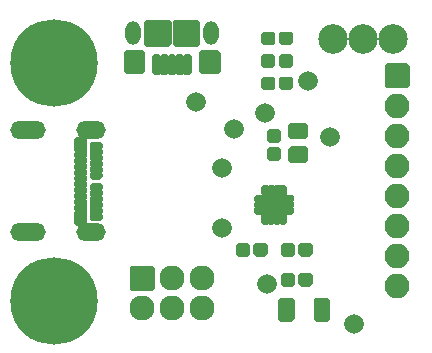
<source format=gts>
G04 #@! TF.GenerationSoftware,KiCad,Pcbnew,5.1.10*
G04 #@! TF.CreationDate,2021-05-27T14:54:43+02:00*
G04 #@! TF.ProjectId,USB-PD-Breakout,5553422d-5044-42d4-9272-65616b6f7574,rev?*
G04 #@! TF.SameCoordinates,Original*
G04 #@! TF.FileFunction,Soldermask,Top*
G04 #@! TF.FilePolarity,Negative*
%FSLAX46Y46*%
G04 Gerber Fmt 4.6, Leading zero omitted, Abs format (unit mm)*
G04 Created by KiCad (PCBNEW 5.1.10) date 2021-05-27 14:54:43*
%MOMM*%
%LPD*%
G01*
G04 APERTURE LIST*
%ADD10O,3.000000X1.500000*%
%ADD11O,2.500000X1.500000*%
%ADD12O,1.300000X2.000000*%
%ADD13O,2.127200X2.127200*%
%ADD14C,7.400000*%
%ADD15C,1.000000*%
%ADD16O,2.100000X2.100000*%
%ADD17C,1.670000*%
%ADD18C,2.500000*%
G04 APERTURE END LIST*
D10*
X103370000Y-91920000D03*
X103370000Y-83280000D03*
D11*
X108730000Y-91920000D03*
X108730000Y-83280000D03*
G36*
G01*
X107490000Y-83800000D02*
X108190000Y-83800000D01*
G75*
G02*
X108390000Y-84000000I0J-200000D01*
G01*
X108390000Y-85000000D01*
G75*
G02*
X108190000Y-85200000I-200000J0D01*
G01*
X107490000Y-85200000D01*
G75*
G02*
X107290000Y-85000000I0J200000D01*
G01*
X107290000Y-84000000D01*
G75*
G02*
X107490000Y-83800000I200000J0D01*
G01*
G37*
G36*
G01*
X107490000Y-85000000D02*
X108190000Y-85000000D01*
G75*
G02*
X108390000Y-85200000I0J-200000D01*
G01*
X108390000Y-85500000D01*
G75*
G02*
X108190000Y-85700000I-200000J0D01*
G01*
X107490000Y-85700000D01*
G75*
G02*
X107290000Y-85500000I0J200000D01*
G01*
X107290000Y-85200000D01*
G75*
G02*
X107490000Y-85000000I200000J0D01*
G01*
G37*
G36*
G01*
X107490000Y-85500000D02*
X108190000Y-85500000D01*
G75*
G02*
X108390000Y-85700000I0J-200000D01*
G01*
X108390000Y-86000000D01*
G75*
G02*
X108190000Y-86200000I-200000J0D01*
G01*
X107490000Y-86200000D01*
G75*
G02*
X107290000Y-86000000I0J200000D01*
G01*
X107290000Y-85700000D01*
G75*
G02*
X107490000Y-85500000I200000J0D01*
G01*
G37*
G36*
G01*
X107490000Y-86000000D02*
X108190000Y-86000000D01*
G75*
G02*
X108390000Y-86200000I0J-200000D01*
G01*
X108390000Y-86500000D01*
G75*
G02*
X108190000Y-86700000I-200000J0D01*
G01*
X107490000Y-86700000D01*
G75*
G02*
X107290000Y-86500000I0J200000D01*
G01*
X107290000Y-86200000D01*
G75*
G02*
X107490000Y-86000000I200000J0D01*
G01*
G37*
G36*
G01*
X107490000Y-86500000D02*
X108190000Y-86500000D01*
G75*
G02*
X108390000Y-86700000I0J-200000D01*
G01*
X108390000Y-87000000D01*
G75*
G02*
X108190000Y-87200000I-200000J0D01*
G01*
X107490000Y-87200000D01*
G75*
G02*
X107290000Y-87000000I0J200000D01*
G01*
X107290000Y-86700000D01*
G75*
G02*
X107490000Y-86500000I200000J0D01*
G01*
G37*
G36*
G01*
X107490000Y-87000000D02*
X108190000Y-87000000D01*
G75*
G02*
X108390000Y-87200000I0J-200000D01*
G01*
X108390000Y-87500000D01*
G75*
G02*
X108190000Y-87700000I-200000J0D01*
G01*
X107490000Y-87700000D01*
G75*
G02*
X107290000Y-87500000I0J200000D01*
G01*
X107290000Y-87200000D01*
G75*
G02*
X107490000Y-87000000I200000J0D01*
G01*
G37*
G36*
G01*
X107490000Y-87500000D02*
X108190000Y-87500000D01*
G75*
G02*
X108390000Y-87700000I0J-200000D01*
G01*
X108390000Y-88000000D01*
G75*
G02*
X108190000Y-88200000I-200000J0D01*
G01*
X107490000Y-88200000D01*
G75*
G02*
X107290000Y-88000000I0J200000D01*
G01*
X107290000Y-87700000D01*
G75*
G02*
X107490000Y-87500000I200000J0D01*
G01*
G37*
G36*
G01*
X107490000Y-88000000D02*
X108190000Y-88000000D01*
G75*
G02*
X108390000Y-88200000I0J-200000D01*
G01*
X108390000Y-88500000D01*
G75*
G02*
X108190000Y-88700000I-200000J0D01*
G01*
X107490000Y-88700000D01*
G75*
G02*
X107290000Y-88500000I0J200000D01*
G01*
X107290000Y-88200000D01*
G75*
G02*
X107490000Y-88000000I200000J0D01*
G01*
G37*
G36*
G01*
X107490000Y-88500000D02*
X108190000Y-88500000D01*
G75*
G02*
X108390000Y-88700000I0J-200000D01*
G01*
X108390000Y-89000000D01*
G75*
G02*
X108190000Y-89200000I-200000J0D01*
G01*
X107490000Y-89200000D01*
G75*
G02*
X107290000Y-89000000I0J200000D01*
G01*
X107290000Y-88700000D01*
G75*
G02*
X107490000Y-88500000I200000J0D01*
G01*
G37*
G36*
G01*
X107490000Y-89000000D02*
X108190000Y-89000000D01*
G75*
G02*
X108390000Y-89200000I0J-200000D01*
G01*
X108390000Y-89500000D01*
G75*
G02*
X108190000Y-89700000I-200000J0D01*
G01*
X107490000Y-89700000D01*
G75*
G02*
X107290000Y-89500000I0J200000D01*
G01*
X107290000Y-89200000D01*
G75*
G02*
X107490000Y-89000000I200000J0D01*
G01*
G37*
G36*
G01*
X107490000Y-89500000D02*
X108190000Y-89500000D01*
G75*
G02*
X108390000Y-89700000I0J-200000D01*
G01*
X108390000Y-90000000D01*
G75*
G02*
X108190000Y-90200000I-200000J0D01*
G01*
X107490000Y-90200000D01*
G75*
G02*
X107290000Y-90000000I0J200000D01*
G01*
X107290000Y-89700000D01*
G75*
G02*
X107490000Y-89500000I200000J0D01*
G01*
G37*
G36*
G01*
X107490000Y-90000000D02*
X108190000Y-90000000D01*
G75*
G02*
X108390000Y-90200000I0J-200000D01*
G01*
X108390000Y-91200000D01*
G75*
G02*
X108190000Y-91400000I-200000J0D01*
G01*
X107490000Y-91400000D01*
G75*
G02*
X107290000Y-91200000I0J200000D01*
G01*
X107290000Y-90200000D01*
G75*
G02*
X107490000Y-90000000I200000J0D01*
G01*
G37*
G36*
G01*
X108790000Y-90250000D02*
X109490000Y-90250000D01*
G75*
G02*
X109690000Y-90450000I0J-200000D01*
G01*
X109690000Y-90750000D01*
G75*
G02*
X109490000Y-90950000I-200000J0D01*
G01*
X108790000Y-90950000D01*
G75*
G02*
X108590000Y-90750000I0J200000D01*
G01*
X108590000Y-90450000D01*
G75*
G02*
X108790000Y-90250000I200000J0D01*
G01*
G37*
G36*
G01*
X108790000Y-89750000D02*
X109490000Y-89750000D01*
G75*
G02*
X109690000Y-89950000I0J-200000D01*
G01*
X109690000Y-90250000D01*
G75*
G02*
X109490000Y-90450000I-200000J0D01*
G01*
X108790000Y-90450000D01*
G75*
G02*
X108590000Y-90250000I0J200000D01*
G01*
X108590000Y-89950000D01*
G75*
G02*
X108790000Y-89750000I200000J0D01*
G01*
G37*
G36*
G01*
X108790000Y-89250000D02*
X109490000Y-89250000D01*
G75*
G02*
X109690000Y-89450000I0J-200000D01*
G01*
X109690000Y-89750000D01*
G75*
G02*
X109490000Y-89950000I-200000J0D01*
G01*
X108790000Y-89950000D01*
G75*
G02*
X108590000Y-89750000I0J200000D01*
G01*
X108590000Y-89450000D01*
G75*
G02*
X108790000Y-89250000I200000J0D01*
G01*
G37*
G36*
G01*
X108790000Y-88750000D02*
X109490000Y-88750000D01*
G75*
G02*
X109690000Y-88950000I0J-200000D01*
G01*
X109690000Y-89250000D01*
G75*
G02*
X109490000Y-89450000I-200000J0D01*
G01*
X108790000Y-89450000D01*
G75*
G02*
X108590000Y-89250000I0J200000D01*
G01*
X108590000Y-88950000D01*
G75*
G02*
X108790000Y-88750000I200000J0D01*
G01*
G37*
G36*
G01*
X108790000Y-88250000D02*
X109490000Y-88250000D01*
G75*
G02*
X109690000Y-88450000I0J-200000D01*
G01*
X109690000Y-88750000D01*
G75*
G02*
X109490000Y-88950000I-200000J0D01*
G01*
X108790000Y-88950000D01*
G75*
G02*
X108590000Y-88750000I0J200000D01*
G01*
X108590000Y-88450000D01*
G75*
G02*
X108790000Y-88250000I200000J0D01*
G01*
G37*
G36*
G01*
X108790000Y-87750000D02*
X109490000Y-87750000D01*
G75*
G02*
X109690000Y-87950000I0J-200000D01*
G01*
X109690000Y-88250000D01*
G75*
G02*
X109490000Y-88450000I-200000J0D01*
G01*
X108790000Y-88450000D01*
G75*
G02*
X108590000Y-88250000I0J200000D01*
G01*
X108590000Y-87950000D01*
G75*
G02*
X108790000Y-87750000I200000J0D01*
G01*
G37*
G36*
G01*
X108790000Y-86750000D02*
X109490000Y-86750000D01*
G75*
G02*
X109690000Y-86950000I0J-200000D01*
G01*
X109690000Y-87250000D01*
G75*
G02*
X109490000Y-87450000I-200000J0D01*
G01*
X108790000Y-87450000D01*
G75*
G02*
X108590000Y-87250000I0J200000D01*
G01*
X108590000Y-86950000D01*
G75*
G02*
X108790000Y-86750000I200000J0D01*
G01*
G37*
G36*
G01*
X108790000Y-86250000D02*
X109490000Y-86250000D01*
G75*
G02*
X109690000Y-86450000I0J-200000D01*
G01*
X109690000Y-86750000D01*
G75*
G02*
X109490000Y-86950000I-200000J0D01*
G01*
X108790000Y-86950000D01*
G75*
G02*
X108590000Y-86750000I0J200000D01*
G01*
X108590000Y-86450000D01*
G75*
G02*
X108790000Y-86250000I200000J0D01*
G01*
G37*
G36*
G01*
X108790000Y-85750000D02*
X109490000Y-85750000D01*
G75*
G02*
X109690000Y-85950000I0J-200000D01*
G01*
X109690000Y-86250000D01*
G75*
G02*
X109490000Y-86450000I-200000J0D01*
G01*
X108790000Y-86450000D01*
G75*
G02*
X108590000Y-86250000I0J200000D01*
G01*
X108590000Y-85950000D01*
G75*
G02*
X108790000Y-85750000I200000J0D01*
G01*
G37*
G36*
G01*
X108790000Y-85250000D02*
X109490000Y-85250000D01*
G75*
G02*
X109690000Y-85450000I0J-200000D01*
G01*
X109690000Y-85750000D01*
G75*
G02*
X109490000Y-85950000I-200000J0D01*
G01*
X108790000Y-85950000D01*
G75*
G02*
X108590000Y-85750000I0J200000D01*
G01*
X108590000Y-85450000D01*
G75*
G02*
X108790000Y-85250000I200000J0D01*
G01*
G37*
G36*
G01*
X108790000Y-84750000D02*
X109490000Y-84750000D01*
G75*
G02*
X109690000Y-84950000I0J-200000D01*
G01*
X109690000Y-85250000D01*
G75*
G02*
X109490000Y-85450000I-200000J0D01*
G01*
X108790000Y-85450000D01*
G75*
G02*
X108590000Y-85250000I0J200000D01*
G01*
X108590000Y-84950000D01*
G75*
G02*
X108790000Y-84750000I200000J0D01*
G01*
G37*
G36*
G01*
X108790000Y-84250000D02*
X109490000Y-84250000D01*
G75*
G02*
X109690000Y-84450000I0J-200000D01*
G01*
X109690000Y-84750000D01*
G75*
G02*
X109490000Y-84950000I-200000J0D01*
G01*
X108790000Y-84950000D01*
G75*
G02*
X108590000Y-84750000I0J200000D01*
G01*
X108590000Y-84450000D01*
G75*
G02*
X108790000Y-84250000I200000J0D01*
G01*
G37*
D12*
X112270000Y-75050000D03*
X118870000Y-75050000D03*
G36*
G01*
X111670000Y-76500000D02*
X113070000Y-76500000D01*
G75*
G02*
X113270000Y-76700000I0J-200000D01*
G01*
X113270000Y-78300000D01*
G75*
G02*
X113070000Y-78500000I-200000J0D01*
G01*
X111670000Y-78500000D01*
G75*
G02*
X111470000Y-78300000I0J200000D01*
G01*
X111470000Y-76700000D01*
G75*
G02*
X111670000Y-76500000I200000J0D01*
G01*
G37*
G36*
G01*
X118070000Y-76500000D02*
X119470000Y-76500000D01*
G75*
G02*
X119670000Y-76700000I0J-200000D01*
G01*
X119670000Y-78300000D01*
G75*
G02*
X119470000Y-78500000I-200000J0D01*
G01*
X118070000Y-78500000D01*
G75*
G02*
X117870000Y-78300000I0J200000D01*
G01*
X117870000Y-76700000D01*
G75*
G02*
X118070000Y-76500000I200000J0D01*
G01*
G37*
G36*
G01*
X113420000Y-73900000D02*
X115320000Y-73900000D01*
G75*
G02*
X115520000Y-74100000I0J-200000D01*
G01*
X115520000Y-76000000D01*
G75*
G02*
X115320000Y-76200000I-200000J0D01*
G01*
X113420000Y-76200000D01*
G75*
G02*
X113220000Y-76000000I0J200000D01*
G01*
X113220000Y-74100000D01*
G75*
G02*
X113420000Y-73900000I200000J0D01*
G01*
G37*
G36*
G01*
X115820000Y-73900000D02*
X117720000Y-73900000D01*
G75*
G02*
X117920000Y-74100000I0J-200000D01*
G01*
X117920000Y-76000000D01*
G75*
G02*
X117720000Y-76200000I-200000J0D01*
G01*
X115820000Y-76200000D01*
G75*
G02*
X115620000Y-76000000I0J200000D01*
G01*
X115620000Y-74100000D01*
G75*
G02*
X115820000Y-73900000I200000J0D01*
G01*
G37*
G36*
G01*
X114070000Y-76850000D02*
X114470000Y-76850000D01*
G75*
G02*
X114670000Y-77050000I0J-200000D01*
G01*
X114670000Y-78400000D01*
G75*
G02*
X114470000Y-78600000I-200000J0D01*
G01*
X114070000Y-78600000D01*
G75*
G02*
X113870000Y-78400000I0J200000D01*
G01*
X113870000Y-77050000D01*
G75*
G02*
X114070000Y-76850000I200000J0D01*
G01*
G37*
G36*
G01*
X114720000Y-76850000D02*
X115120000Y-76850000D01*
G75*
G02*
X115320000Y-77050000I0J-200000D01*
G01*
X115320000Y-78400000D01*
G75*
G02*
X115120000Y-78600000I-200000J0D01*
G01*
X114720000Y-78600000D01*
G75*
G02*
X114520000Y-78400000I0J200000D01*
G01*
X114520000Y-77050000D01*
G75*
G02*
X114720000Y-76850000I200000J0D01*
G01*
G37*
G36*
G01*
X115370000Y-76850000D02*
X115770000Y-76850000D01*
G75*
G02*
X115970000Y-77050000I0J-200000D01*
G01*
X115970000Y-78400000D01*
G75*
G02*
X115770000Y-78600000I-200000J0D01*
G01*
X115370000Y-78600000D01*
G75*
G02*
X115170000Y-78400000I0J200000D01*
G01*
X115170000Y-77050000D01*
G75*
G02*
X115370000Y-76850000I200000J0D01*
G01*
G37*
G36*
G01*
X116020000Y-76850000D02*
X116420000Y-76850000D01*
G75*
G02*
X116620000Y-77050000I0J-200000D01*
G01*
X116620000Y-78400000D01*
G75*
G02*
X116420000Y-78600000I-200000J0D01*
G01*
X116020000Y-78600000D01*
G75*
G02*
X115820000Y-78400000I0J200000D01*
G01*
X115820000Y-77050000D01*
G75*
G02*
X116020000Y-76850000I200000J0D01*
G01*
G37*
G36*
G01*
X116670000Y-76850000D02*
X117070000Y-76850000D01*
G75*
G02*
X117270000Y-77050000I0J-200000D01*
G01*
X117270000Y-78400000D01*
G75*
G02*
X117070000Y-78600000I-200000J0D01*
G01*
X116670000Y-78600000D01*
G75*
G02*
X116470000Y-78400000I0J200000D01*
G01*
X116470000Y-77050000D01*
G75*
G02*
X116670000Y-76850000I200000J0D01*
G01*
G37*
G36*
G01*
X111966400Y-96668600D02*
X111966400Y-94941400D01*
G75*
G02*
X112166400Y-94741400I200000J0D01*
G01*
X113893600Y-94741400D01*
G75*
G02*
X114093600Y-94941400I0J-200000D01*
G01*
X114093600Y-96668600D01*
G75*
G02*
X113893600Y-96868600I-200000J0D01*
G01*
X112166400Y-96868600D01*
G75*
G02*
X111966400Y-96668600I0J200000D01*
G01*
G37*
D13*
X113030000Y-98345000D03*
X115570000Y-95805000D03*
X115570000Y-98345000D03*
X118110000Y-95805000D03*
X118110000Y-98345000D03*
G36*
G01*
X124546000Y-99272000D02*
X124546000Y-97672000D01*
G75*
G02*
X124746000Y-97472000I200000J0D01*
G01*
X125746000Y-97472000D01*
G75*
G02*
X125946000Y-97672000I0J-200000D01*
G01*
X125946000Y-99272000D01*
G75*
G02*
X125746000Y-99472000I-200000J0D01*
G01*
X124746000Y-99472000D01*
G75*
G02*
X124546000Y-99272000I0J200000D01*
G01*
G37*
G36*
G01*
X127546000Y-99272000D02*
X127546000Y-97672000D01*
G75*
G02*
X127746000Y-97472000I200000J0D01*
G01*
X128746000Y-97472000D01*
G75*
G02*
X128946000Y-97672000I0J-200000D01*
G01*
X128946000Y-99272000D01*
G75*
G02*
X128746000Y-99472000I-200000J0D01*
G01*
X127746000Y-99472000D01*
G75*
G02*
X127546000Y-99272000I0J200000D01*
G01*
G37*
G36*
G01*
X124761000Y-96307000D02*
X124761000Y-95557000D01*
G75*
G02*
X124961000Y-95357000I200000J0D01*
G01*
X125761000Y-95357000D01*
G75*
G02*
X125961000Y-95557000I0J-200000D01*
G01*
X125961000Y-96307000D01*
G75*
G02*
X125761000Y-96507000I-200000J0D01*
G01*
X124961000Y-96507000D01*
G75*
G02*
X124761000Y-96307000I0J200000D01*
G01*
G37*
G36*
G01*
X126261000Y-96307000D02*
X126261000Y-95557000D01*
G75*
G02*
X126461000Y-95357000I200000J0D01*
G01*
X127261000Y-95357000D01*
G75*
G02*
X127461000Y-95557000I0J-200000D01*
G01*
X127461000Y-96307000D01*
G75*
G02*
X127261000Y-96507000I-200000J0D01*
G01*
X126461000Y-96507000D01*
G75*
G02*
X126261000Y-96307000I0J200000D01*
G01*
G37*
G36*
G01*
X126863000Y-86028000D02*
X125613000Y-86028000D01*
G75*
G02*
X125413000Y-85828000I0J200000D01*
G01*
X125413000Y-84828000D01*
G75*
G02*
X125613000Y-84628000I200000J0D01*
G01*
X126863000Y-84628000D01*
G75*
G02*
X127063000Y-84828000I0J-200000D01*
G01*
X127063000Y-85828000D01*
G75*
G02*
X126863000Y-86028000I-200000J0D01*
G01*
G37*
G36*
G01*
X126863000Y-84028000D02*
X125613000Y-84028000D01*
G75*
G02*
X125413000Y-83828000I0J200000D01*
G01*
X125413000Y-82828000D01*
G75*
G02*
X125613000Y-82628000I200000J0D01*
G01*
X126863000Y-82628000D01*
G75*
G02*
X127063000Y-82828000I0J-200000D01*
G01*
X127063000Y-83828000D01*
G75*
G02*
X126863000Y-84028000I-200000J0D01*
G01*
G37*
G36*
G01*
X124581000Y-85852000D02*
X123831000Y-85852000D01*
G75*
G02*
X123631000Y-85652000I0J200000D01*
G01*
X123631000Y-84852000D01*
G75*
G02*
X123831000Y-84652000I200000J0D01*
G01*
X124581000Y-84652000D01*
G75*
G02*
X124781000Y-84852000I0J-200000D01*
G01*
X124781000Y-85652000D01*
G75*
G02*
X124581000Y-85852000I-200000J0D01*
G01*
G37*
G36*
G01*
X124581000Y-84352000D02*
X123831000Y-84352000D01*
G75*
G02*
X123631000Y-84152000I0J200000D01*
G01*
X123631000Y-83352000D01*
G75*
G02*
X123831000Y-83152000I200000J0D01*
G01*
X124581000Y-83152000D01*
G75*
G02*
X124781000Y-83352000I0J-200000D01*
G01*
X124781000Y-84152000D01*
G75*
G02*
X124581000Y-84352000I-200000J0D01*
G01*
G37*
G36*
G01*
X124761000Y-93767000D02*
X124761000Y-93017000D01*
G75*
G02*
X124961000Y-92817000I200000J0D01*
G01*
X125761000Y-92817000D01*
G75*
G02*
X125961000Y-93017000I0J-200000D01*
G01*
X125961000Y-93767000D01*
G75*
G02*
X125761000Y-93967000I-200000J0D01*
G01*
X124961000Y-93967000D01*
G75*
G02*
X124761000Y-93767000I0J200000D01*
G01*
G37*
G36*
G01*
X126261000Y-93767000D02*
X126261000Y-93017000D01*
G75*
G02*
X126461000Y-92817000I200000J0D01*
G01*
X127261000Y-92817000D01*
G75*
G02*
X127461000Y-93017000I0J-200000D01*
G01*
X127461000Y-93767000D01*
G75*
G02*
X127261000Y-93967000I-200000J0D01*
G01*
X126461000Y-93967000D01*
G75*
G02*
X126261000Y-93767000I0J200000D01*
G01*
G37*
G36*
G01*
X123651000Y-93017000D02*
X123651000Y-93767000D01*
G75*
G02*
X123451000Y-93967000I-200000J0D01*
G01*
X122651000Y-93967000D01*
G75*
G02*
X122451000Y-93767000I0J200000D01*
G01*
X122451000Y-93017000D01*
G75*
G02*
X122651000Y-92817000I200000J0D01*
G01*
X123451000Y-92817000D01*
G75*
G02*
X123651000Y-93017000I0J-200000D01*
G01*
G37*
G36*
G01*
X122151000Y-93017000D02*
X122151000Y-93767000D01*
G75*
G02*
X121951000Y-93967000I-200000J0D01*
G01*
X121151000Y-93967000D01*
G75*
G02*
X120951000Y-93767000I0J200000D01*
G01*
X120951000Y-93017000D01*
G75*
G02*
X121151000Y-92817000I200000J0D01*
G01*
X121951000Y-92817000D01*
G75*
G02*
X122151000Y-93017000I0J-200000D01*
G01*
G37*
G36*
G01*
X125810000Y-75110000D02*
X125810000Y-75860000D01*
G75*
G02*
X125610000Y-76060000I-200000J0D01*
G01*
X124810000Y-76060000D01*
G75*
G02*
X124610000Y-75860000I0J200000D01*
G01*
X124610000Y-75110000D01*
G75*
G02*
X124810000Y-74910000I200000J0D01*
G01*
X125610000Y-74910000D01*
G75*
G02*
X125810000Y-75110000I0J-200000D01*
G01*
G37*
G36*
G01*
X124310000Y-75110000D02*
X124310000Y-75860000D01*
G75*
G02*
X124110000Y-76060000I-200000J0D01*
G01*
X123310000Y-76060000D01*
G75*
G02*
X123110000Y-75860000I0J200000D01*
G01*
X123110000Y-75110000D01*
G75*
G02*
X123310000Y-74910000I200000J0D01*
G01*
X124110000Y-74910000D01*
G75*
G02*
X124310000Y-75110000I0J-200000D01*
G01*
G37*
G36*
G01*
X125810000Y-77015000D02*
X125810000Y-77765000D01*
G75*
G02*
X125610000Y-77965000I-200000J0D01*
G01*
X124810000Y-77965000D01*
G75*
G02*
X124610000Y-77765000I0J200000D01*
G01*
X124610000Y-77015000D01*
G75*
G02*
X124810000Y-76815000I200000J0D01*
G01*
X125610000Y-76815000D01*
G75*
G02*
X125810000Y-77015000I0J-200000D01*
G01*
G37*
G36*
G01*
X124310000Y-77015000D02*
X124310000Y-77765000D01*
G75*
G02*
X124110000Y-77965000I-200000J0D01*
G01*
X123310000Y-77965000D01*
G75*
G02*
X123110000Y-77765000I0J200000D01*
G01*
X123110000Y-77015000D01*
G75*
G02*
X123310000Y-76815000I200000J0D01*
G01*
X124110000Y-76815000D01*
G75*
G02*
X124310000Y-77015000I0J-200000D01*
G01*
G37*
G36*
G01*
X125810000Y-78920000D02*
X125810000Y-79670000D01*
G75*
G02*
X125610000Y-79870000I-200000J0D01*
G01*
X124810000Y-79870000D01*
G75*
G02*
X124610000Y-79670000I0J200000D01*
G01*
X124610000Y-78920000D01*
G75*
G02*
X124810000Y-78720000I200000J0D01*
G01*
X125610000Y-78720000D01*
G75*
G02*
X125810000Y-78920000I0J-200000D01*
G01*
G37*
G36*
G01*
X124310000Y-78920000D02*
X124310000Y-79670000D01*
G75*
G02*
X124110000Y-79870000I-200000J0D01*
G01*
X123310000Y-79870000D01*
G75*
G02*
X123110000Y-79670000I0J200000D01*
G01*
X123110000Y-78920000D01*
G75*
G02*
X123310000Y-78720000I200000J0D01*
G01*
X124110000Y-78720000D01*
G75*
G02*
X124310000Y-78920000I0J-200000D01*
G01*
G37*
G36*
G01*
X125131000Y-89732000D02*
X125711000Y-89732000D01*
G75*
G02*
X125911000Y-89932000I0J-200000D01*
G01*
X125911000Y-90232000D01*
G75*
G02*
X125711000Y-90432000I-200000J0D01*
G01*
X125131000Y-90432000D01*
G75*
G02*
X124931000Y-90232000I0J200000D01*
G01*
X124931000Y-89932000D01*
G75*
G02*
X125131000Y-89732000I200000J0D01*
G01*
G37*
G36*
G01*
X125131000Y-89232000D02*
X125711000Y-89232000D01*
G75*
G02*
X125911000Y-89432000I0J-200000D01*
G01*
X125911000Y-89732000D01*
G75*
G02*
X125711000Y-89932000I-200000J0D01*
G01*
X125131000Y-89932000D01*
G75*
G02*
X124931000Y-89732000I0J200000D01*
G01*
X124931000Y-89432000D01*
G75*
G02*
X125131000Y-89232000I200000J0D01*
G01*
G37*
G36*
G01*
X125131000Y-88732000D02*
X125711000Y-88732000D01*
G75*
G02*
X125911000Y-88932000I0J-200000D01*
G01*
X125911000Y-89232000D01*
G75*
G02*
X125711000Y-89432000I-200000J0D01*
G01*
X125131000Y-89432000D01*
G75*
G02*
X124931000Y-89232000I0J200000D01*
G01*
X124931000Y-88932000D01*
G75*
G02*
X125131000Y-88732000I200000J0D01*
G01*
G37*
G36*
G01*
X124806000Y-88077000D02*
X124806000Y-88657000D01*
G75*
G02*
X124606000Y-88857000I-200000J0D01*
G01*
X124306000Y-88857000D01*
G75*
G02*
X124106000Y-88657000I0J200000D01*
G01*
X124106000Y-88077000D01*
G75*
G02*
X124306000Y-87877000I200000J0D01*
G01*
X124606000Y-87877000D01*
G75*
G02*
X124806000Y-88077000I0J-200000D01*
G01*
G37*
G36*
G01*
X124306000Y-88077000D02*
X124306000Y-88657000D01*
G75*
G02*
X124106000Y-88857000I-200000J0D01*
G01*
X123806000Y-88857000D01*
G75*
G02*
X123606000Y-88657000I0J200000D01*
G01*
X123606000Y-88077000D01*
G75*
G02*
X123806000Y-87877000I200000J0D01*
G01*
X124106000Y-87877000D01*
G75*
G02*
X124306000Y-88077000I0J-200000D01*
G01*
G37*
G36*
G01*
X123806000Y-88077000D02*
X123806000Y-88657000D01*
G75*
G02*
X123606000Y-88857000I-200000J0D01*
G01*
X123306000Y-88857000D01*
G75*
G02*
X123106000Y-88657000I0J200000D01*
G01*
X123106000Y-88077000D01*
G75*
G02*
X123306000Y-87877000I200000J0D01*
G01*
X123606000Y-87877000D01*
G75*
G02*
X123806000Y-88077000I0J-200000D01*
G01*
G37*
G36*
G01*
X122701000Y-88732000D02*
X123281000Y-88732000D01*
G75*
G02*
X123481000Y-88932000I0J-200000D01*
G01*
X123481000Y-89232000D01*
G75*
G02*
X123281000Y-89432000I-200000J0D01*
G01*
X122701000Y-89432000D01*
G75*
G02*
X122501000Y-89232000I0J200000D01*
G01*
X122501000Y-88932000D01*
G75*
G02*
X122701000Y-88732000I200000J0D01*
G01*
G37*
G36*
G01*
X122701000Y-89232000D02*
X123281000Y-89232000D01*
G75*
G02*
X123481000Y-89432000I0J-200000D01*
G01*
X123481000Y-89732000D01*
G75*
G02*
X123281000Y-89932000I-200000J0D01*
G01*
X122701000Y-89932000D01*
G75*
G02*
X122501000Y-89732000I0J200000D01*
G01*
X122501000Y-89432000D01*
G75*
G02*
X122701000Y-89232000I200000J0D01*
G01*
G37*
G36*
G01*
X122701000Y-89732000D02*
X123281000Y-89732000D01*
G75*
G02*
X123481000Y-89932000I0J-200000D01*
G01*
X123481000Y-90232000D01*
G75*
G02*
X123281000Y-90432000I-200000J0D01*
G01*
X122701000Y-90432000D01*
G75*
G02*
X122501000Y-90232000I0J200000D01*
G01*
X122501000Y-89932000D01*
G75*
G02*
X122701000Y-89732000I200000J0D01*
G01*
G37*
G36*
G01*
X123806000Y-90507000D02*
X123806000Y-91087000D01*
G75*
G02*
X123606000Y-91287000I-200000J0D01*
G01*
X123306000Y-91287000D01*
G75*
G02*
X123106000Y-91087000I0J200000D01*
G01*
X123106000Y-90507000D01*
G75*
G02*
X123306000Y-90307000I200000J0D01*
G01*
X123606000Y-90307000D01*
G75*
G02*
X123806000Y-90507000I0J-200000D01*
G01*
G37*
G36*
G01*
X124806000Y-90507000D02*
X124806000Y-91087000D01*
G75*
G02*
X124606000Y-91287000I-200000J0D01*
G01*
X124306000Y-91287000D01*
G75*
G02*
X124106000Y-91087000I0J200000D01*
G01*
X124106000Y-90507000D01*
G75*
G02*
X124306000Y-90307000I200000J0D01*
G01*
X124606000Y-90307000D01*
G75*
G02*
X124806000Y-90507000I0J-200000D01*
G01*
G37*
G36*
G01*
X125306000Y-90507000D02*
X125306000Y-91087000D01*
G75*
G02*
X125106000Y-91287000I-200000J0D01*
G01*
X124806000Y-91287000D01*
G75*
G02*
X124606000Y-91087000I0J200000D01*
G01*
X124606000Y-90507000D01*
G75*
G02*
X124806000Y-90307000I200000J0D01*
G01*
X125106000Y-90307000D01*
G75*
G02*
X125306000Y-90507000I0J-200000D01*
G01*
G37*
G36*
G01*
X124306000Y-90507000D02*
X124306000Y-91087000D01*
G75*
G02*
X124106000Y-91287000I-200000J0D01*
G01*
X123806000Y-91287000D01*
G75*
G02*
X123606000Y-91087000I0J200000D01*
G01*
X123606000Y-90507000D01*
G75*
G02*
X123806000Y-90307000I200000J0D01*
G01*
X124106000Y-90307000D01*
G75*
G02*
X124306000Y-90507000I0J-200000D01*
G01*
G37*
G36*
G01*
X125306000Y-88077000D02*
X125306000Y-88657000D01*
G75*
G02*
X125106000Y-88857000I-200000J0D01*
G01*
X124806000Y-88857000D01*
G75*
G02*
X124606000Y-88657000I0J200000D01*
G01*
X124606000Y-88077000D01*
G75*
G02*
X124806000Y-87877000I200000J0D01*
G01*
X125106000Y-87877000D01*
G75*
G02*
X125306000Y-88077000I0J-200000D01*
G01*
G37*
G36*
G01*
X123481000Y-88657000D02*
X124931000Y-88657000D01*
G75*
G02*
X125131000Y-88857000I0J-200000D01*
G01*
X125131000Y-90307000D01*
G75*
G02*
X124931000Y-90507000I-200000J0D01*
G01*
X123481000Y-90507000D01*
G75*
G02*
X123281000Y-90307000I0J200000D01*
G01*
X123281000Y-88857000D01*
G75*
G02*
X123481000Y-88657000I200000J0D01*
G01*
G37*
D14*
X105600000Y-97710000D03*
D15*
X108225000Y-97710000D03*
X107456155Y-99566155D03*
X105600000Y-100335000D03*
X103743845Y-99566155D03*
X102975000Y-97710000D03*
X103743845Y-95853845D03*
X105600000Y-95085000D03*
X107456155Y-95853845D03*
D14*
X105600000Y-77600000D03*
D15*
X108225000Y-77600000D03*
X107456155Y-79456155D03*
X105600000Y-80225000D03*
X103743845Y-79456155D03*
X102975000Y-77600000D03*
X103743845Y-75743845D03*
X105600000Y-74975000D03*
X107456155Y-75743845D03*
D16*
X134620000Y-96440000D03*
X134620000Y-93900000D03*
X134620000Y-91360000D03*
X134620000Y-88820000D03*
X134620000Y-86280000D03*
X134620000Y-83740000D03*
X134620000Y-81200000D03*
G36*
G01*
X133570000Y-79510000D02*
X133570000Y-77810000D01*
G75*
G02*
X133770000Y-77610000I200000J0D01*
G01*
X135470000Y-77610000D01*
G75*
G02*
X135670000Y-77810000I0J-200000D01*
G01*
X135670000Y-79510000D01*
G75*
G02*
X135470000Y-79710000I-200000J0D01*
G01*
X133770000Y-79710000D01*
G75*
G02*
X133570000Y-79510000I0J200000D01*
G01*
G37*
D17*
X128905000Y-83820000D03*
X127063500Y-79057500D03*
X117602000Y-80899000D03*
X130937000Y-99695000D03*
X123571000Y-96266000D03*
X123444000Y-81788000D03*
X120777000Y-83185000D03*
X119761000Y-86487000D03*
X119761000Y-91567000D03*
D18*
X129159000Y-75501500D03*
X131699000Y-75501500D03*
X134239000Y-75501500D03*
M02*

</source>
